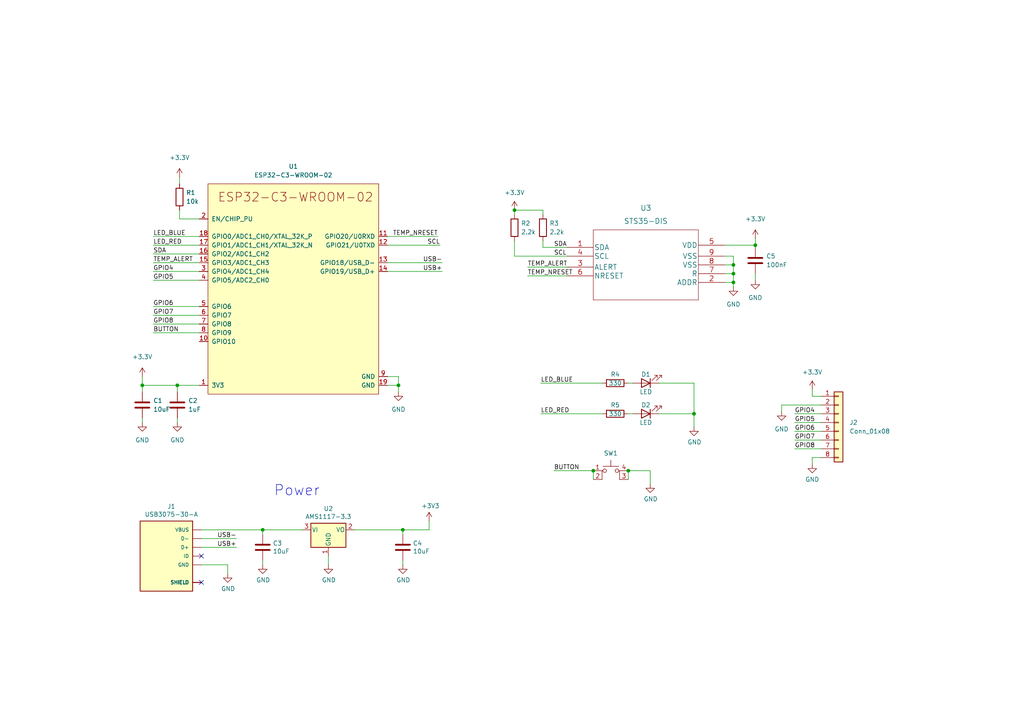
<source format=kicad_sch>
(kicad_sch (version 20211123) (generator eeschema)
  (paper "A4")
  (title_block (title "THERMO32") (date "2023-01-09") (rev "A") (company "victorhook"))
  (lib_symbols
    (symbol "+3.3V_1" (power) (pin_names (offset 0))
      (property "Value" "+3.3V_1" (at 0 3.556 0))
      (symbol "+3.3V_1_0_1"
        (polyline (pts (xy -0.762 1.27) (xy 0 2.54)))
        (polyline (pts (xy 0 0) (xy 0 2.54)))
        (polyline (pts (xy 0 2.54) (xy 0.762 1.27)))
      )
      (symbol "+3.3V_1_1_1"
        (pin power_in line (at 0 0 90) (length 0) hide (name "+3.3V") (number "1"))
      )
    )
    (symbol "+3.3V_2" (power) (pin_names (offset 0))
      (property "Value" "+3.3V_2" (at 0 3.556 0))
      (symbol "+3.3V_2_0_1"
        (polyline (pts (xy -0.762 1.27) (xy 0 2.54)))
        (polyline (pts (xy 0 0) (xy 0 2.54)))
        (polyline (pts (xy 0 2.54) (xy 0.762 1.27)))
      )
      (symbol "+3.3V_2_1_1"
        (pin power_in line (at 0 0 90) (length 0) hide (name "+3.3V") (number "1"))
      )
    )
    (symbol "Connector_Generic:Conn_01x08" (pin_names (offset 1.016) hide)
      (property "Reference" "J" (at 0 10.16 0))
      (property "Value" "Conn_01x08" (at 0 -12.7 0))
      (symbol "Conn_01x08_1_1"
        (rectangle (start -1.27 -10.033) (end 0 -10.287) (stroke (width 0.1524)))
        (rectangle (start -1.27 -7.493) (end 0 -7.747) (stroke (width 0.1524)))
        (rectangle (start -1.27 -4.953) (end 0 -5.207) (stroke (width 0.1524)))
        (rectangle (start -1.27 -2.413) (end 0 -2.667) (stroke (width 0.1524)))
        (rectangle (start -1.27 0.127) (end 0 -0.127) (stroke (width 0.1524)))
        (rectangle (start -1.27 2.667) (end 0 2.413) (stroke (width 0.1524)))
        (rectangle (start -1.27 5.207) (end 0 4.953) (stroke (width 0.1524)))
        (rectangle (start -1.27 7.747) (end 0 7.493) (stroke (width 0.1524)))
        (rectangle (start -1.27 8.89) (end 1.27 -11.43) (stroke (width 0.254)) (fill (type background)))
        (pin passive line (at -5.08 7.62 0) (length 3.81) (name "Pin_1") (number "1"))
        (pin passive line (at -5.08 5.08 0) (length 3.81) (name "Pin_2") (number "2"))
        (pin passive line (at -5.08 2.54 0) (length 3.81) (name "Pin_3") (number "3"))
        (pin passive line (at -5.08 0 0) (length 3.81) (name "Pin_4") (number "4"))
        (pin passive line (at -5.08 -2.54 0) (length 3.81) (name "Pin_5") (number "5"))
        (pin passive line (at -5.08 -5.08 0) (length 3.81) (name "Pin_6") (number "6"))
        (pin passive line (at -5.08 -7.62 0) (length 3.81) (name "Pin_7") (number "7"))
        (pin passive line (at -5.08 -10.16 0) (length 3.81) (name "Pin_8") (number "8"))
      )
    )
    (symbol "Custom2:STS35-DIS" (pin_names (offset 0.254))
      (property "Reference" "U" (at 22.86 10.16 0))
      (property "Value" "STS35-DIS" (at 22.86 7.62 0))
      (symbol "STS35-DIS_1_1"
        (polyline (pts (xy 7.62 -15.24) (xy 38.1 -15.24)) (stroke (width 0.127)))
        (polyline (pts (xy 7.62 5.08) (xy 7.62 -15.24)) (stroke (width 0.127)))
        (polyline (pts (xy 38.1 -15.24) (xy 38.1 5.08)) (stroke (width 0.127)))
        (polyline (pts (xy 38.1 5.08) (xy 7.62 5.08)) (stroke (width 0.127)))
        (pin bidirectional line (at 0 0 0) (length 7.62) (name "SDA") (number "1"))
        (pin input line (at 45.72 -10.16 180) (length 7.62) (name "ADDR") (number "2"))
        (pin output line (at 0 -5.715 0) (length 7.62) (name "ALERT") (number "3"))
        (pin bidirectional line (at 0 -2.54 0) (length 7.62) (name "SCL") (number "4"))
        (pin power_in line (at 45.72 0.635 180) (length 7.62) (name "VDD") (number "5"))
        (pin input line (at 0 -8.255 0) (length 7.62) (name "NRESET") (number "6"))
        (pin power_in line (at 45.72 -7.62 180) (length 7.62) (name "R") (number "7"))
        (pin power_in line (at 45.72 -5.08 180) (length 7.62) (name "VSS") (number "8"))
        (pin power_in line (at 45.72 -2.54 180) (length 7.62) (name "VSS") (number "9"))
      )
    )
    (symbol "Device:C" (pin_numbers hide) (pin_names (offset 0.254))
      (property "Reference" "C" (at 0.635 2.54 0))
      (property "Value" "C" (at 0.635 -2.54 0))
      (symbol "C_0_1"
        (polyline (pts (xy -2.032 -0.762) (xy 2.032 -0.762)) (stroke (width 0.508)))
        (polyline (pts (xy -2.032 0.762) (xy 2.032 0.762)) (stroke (width 0.508)))
      )
      (symbol "C_1_1"
        (pin passive line (at 0 3.81 270) (length 2.794) (name "~") (number "1"))
        (pin passive line (at 0 -3.81 90) (length 2.794) (name "~") (number "2"))
      )
    )
    (symbol "Device:LED" (pin_numbers hide) (pin_names (offset 1.016) hide)
      (property "Reference" "D" (at 0 2.54 0))
      (property "Value" "LED" (at 0 -2.54 0))
      (symbol "LED_0_1"
        (polyline (pts (xy -1.27 -1.27) (xy -1.27 1.27)) (stroke (width 0.254)))
        (polyline (pts (xy -1.27 0) (xy 1.27 0)))
        (polyline (pts (xy 1.27 -1.27) (xy 1.27 1.27) (xy -1.27 0) (xy 1.27 -1.27)) (stroke (width 0.254)))
        (polyline (pts (xy -3.048 -0.762) (xy -4.572 -2.286) (xy -3.81 -2.286) (xy -4.572 -2.286) (xy -4.572 -1.524)))
        (polyline (pts (xy -1.778 -0.762) (xy -3.302 -2.286) (xy -2.54 -2.286) (xy -3.302 -2.286) (xy -3.302 -1.524)))
      )
      (symbol "LED_1_1"
        (pin passive line (at -3.81 0 0) (length 2.54) (name "K") (number "1"))
        (pin passive line (at 3.81 0 180) (length 2.54) (name "A") (number "2"))
      )
    )
    (symbol "Device:R" (pin_numbers hide) (pin_names (offset 0))
      (property "Reference" "R" (at 2.032 0 90))
      (property "Value" "R" (at 0 0 90))
      (symbol "R_0_1"
        (rectangle (start -1.016 -2.54) (end 1.016 2.54) (stroke (width 0.254)))
      )
      (symbol "R_1_1"
        (pin passive line (at 0 3.81 270) (length 1.27) (name "~") (number "1"))
        (pin passive line (at 0 -3.81 90) (length 1.27) (name "~") (number "2"))
      )
    )
    (symbol "Espressif:ESP32-C3-WROOM-02" (pin_names (offset 1.016))
      (property "Reference" "U" (at 0 33.02 0))
      (property "Value" "ESP32-C3-WROOM-02" (at 0 -30.48 0))
      (symbol "ESP32-C3-WROOM-02_0_0"
        (text "ESP32-C3-WROOM-02" (at 1.27 27.94 0) (effects (font (size 2.54 2.54))))
      )
      (symbol "ESP32-C3-WROOM-02_0_1"
        (rectangle (start -24.13 31.75) (end 25.4 -29.21) (fill (type background)))
      )
      (symbol "ESP32-C3-WROOM-02_1_1"
        (pin power_in line (at -26.67 -26.67 0) (length 2.54) (name "3V3") (number "1"))
        (pin bidirectional line (at -26.67 -13.97 0) (length 2.54) (name "GPIO10") (number "10"))
        (pin bidirectional line (at 27.94 16.51 180) (length 2.54) (name "GPIO20/U0RXD") (number "11"))
        (pin bidirectional line (at 27.94 13.97 180) (length 2.54) (name "GPIO21/U0TXD") (number "12"))
        (pin bidirectional line (at 27.94 8.89 180) (length 2.54) (name "GPIO18/USB_D-") (number "13"))
        (pin bidirectional line (at 27.94 6.35 180) (length 2.54) (name "GPIO19/USB_D+") (number "14"))
        (pin bidirectional line (at -26.67 8.89 0) (length 2.54) (name "GPIO3/ADC1_CH3") (number "15"))
        (pin bidirectional line (at -26.67 11.43 0) (length 2.54) (name "GPIO2/ADC1_CH2") (number "16"))
        (pin bidirectional line (at -26.67 13.97 0) (length 2.54) (name "GPIO1/ADC1_CH1/XTAL_32K_N") (number "17"))
        (pin bidirectional line (at -26.67 16.51 0) (length 2.54) (name "GPIO0/ADC1_CH0/XTAL_32K_P") (number "18"))
        (pin power_in line (at 27.94 -26.67 180) (length 2.54) (name "GND") (number "19"))
        (pin input line (at -26.67 21.59 0) (length 2.54) (name "EN/CHIP_PU") (number "2"))
        (pin bidirectional line (at -26.67 6.35 0) (length 2.54) (name "GPIO4/ADC1_CH4") (number "3"))
        (pin bidirectional line (at -26.67 3.81 0) (length 2.54) (name "GPIO5/ADC2_CH0") (number "4"))
        (pin bidirectional line (at -26.67 -3.81 0) (length 2.54) (name "GPIO6") (number "5"))
        (pin bidirectional line (at -26.67 -6.35 0) (length 2.54) (name "GPIO7") (number "6"))
        (pin bidirectional line (at -26.67 -8.89 0) (length 2.54) (name "GPIO8") (number "7"))
        (pin bidirectional line (at -26.67 -11.43 0) (length 2.54) (name "GPIO9") (number "8"))
        (pin power_in line (at 27.94 -24.13 180) (length 2.54) (name "GND") (number "9"))
      )
    )
    (symbol "GND_1" (power) (pin_names (offset 0))
      (property "Value" "GND_1" (at 0 -3.81 0))
      (symbol "GND_1_0_1"
        (polyline (pts (xy 0 0) (xy 0 -1.27) (xy 1.27 -1.27) (xy 0 -2.54) (xy -1.27 -1.27) (xy 0 -1.27)))
      )
      (symbol "GND_1_1_1"
        (pin power_in line (at 0 0 270) (length 0) hide (name "GND") (number "1"))
      )
    )
    (symbol "Regulator_Linear:AMS1117-3.3" (pin_names (offset 0.254))
      (property "Reference" "U" (at -3.81 3.175 0))
      (property "Value" "AMS1117-3.3" (at 0 3.175 0))
      (symbol "AMS1117-3.3_0_1"
        (rectangle (start -5.08 -5.08) (end 5.08 1.905) (stroke (width 0.254)) (fill (type background)))
      )
      (symbol "AMS1117-3.3_1_1"
        (pin power_in line (at 0 -7.62 90) (length 2.54) (name "GND") (number "1"))
        (pin power_out line (at 7.62 0 180) (length 2.54) (name "VO") (number "2"))
        (pin power_in line (at -7.62 0 0) (length 2.54) (name "VI") (number "3"))
      )
    )
    (symbol "Switch:SW_MEC_5E" (pin_names (offset 1.016) hide)
      (property "Reference" "SW" (at 0.635 5.715 0))
      (property "Value" "SW_MEC_5E" (at 0 -3.175 0))
      (symbol "SW_MEC_5E_0_1"
        (circle (center -1.778 2.54) (radius 0.508))
        (polyline (pts (xy -2.286 3.81) (xy 2.286 3.81)))
        (polyline (pts (xy 0 3.81) (xy 0 5.588)))
        (polyline (pts (xy -2.54 0) (xy -2.54 2.54) (xy -2.286 2.54)))
        (polyline (pts (xy 2.54 0) (xy 2.54 2.54) (xy 2.286 2.54)))
        (circle (center 1.778 2.54) (radius 0.508))
        (pin passive line (at -5.08 2.54 0) (length 2.54) (name "1") (number "1"))
        (pin passive line (at -5.08 0 0) (length 2.54) (name "2") (number "2"))
        (pin passive line (at 5.08 0 180) (length 2.54) (name "K") (number "3"))
        (pin passive line (at 5.08 2.54 180) (length 2.54) (name "A") (number "4"))
      )
    )
    (symbol "power:+3.3V" (power) (pin_names (offset 0))
      (property "Value" "+3.3V" (at 0 3.556 0))
      (symbol "+3.3V_0_1"
        (polyline (pts (xy -0.762 1.27) (xy 0 2.54)))
        (polyline (pts (xy 0 0) (xy 0 2.54)))
        (polyline (pts (xy 0 2.54) (xy 0.762 1.27)))
      )
      (symbol "+3.3V_1_1"
        (pin power_in line (at 0 0 90) (length 0) hide (name "+3.3V") (number "1"))
      )
    )
    (symbol "power:GND" (power) (pin_names (offset 0))
      (property "Value" "GND" (at 0 -3.81 0))
      (symbol "GND_0_1"
        (polyline (pts (xy 0 0) (xy 0 -1.27) (xy 1.27 -1.27) (xy 0 -2.54) (xy -1.27 -1.27) (xy 0 -1.27)))
      )
      (symbol "GND_1_1"
        (pin power_in line (at 0 0 270) (length 0) hide (name "GND") (number "1"))
      )
    )
    (symbol "tradfri-rescue:+3.3V-power" (power) (pin_names (offset 0))
      (property "Value" "+3.3V-power" (at 0 3.556 0))
      (symbol "+3.3V-power_0_1"
        (polyline (pts (xy -0.762 1.27) (xy 0 2.54)))
        (polyline (pts (xy 0 0) (xy 0 2.54)))
        (polyline (pts (xy 0 2.54) (xy 0.762 1.27)))
      )
      (symbol "+3.3V-power_1_1"
        (pin power_in line (at 0 0 90) (length 0) hide (name "+3V3") (number "1"))
      )
    )
    (symbol "tradfri-rescue:USB3075-30-A-Custom_Symbols" (pin_numbers hide) (pin_names (offset 1.016))
      (property "Reference" "J" (at -7.6454 10.7188 0))
      (property "Value" "USB3075-30-A-Custom_Symbols" (at -7.6454 -12.7508 0))
      (symbol "USB3075-30-A-Custom_Symbols_0_0"
        (rectangle (start -7.62 -10.16) (end 7.62 10.16) (stroke (width 0.254)) (fill (type background)))
        (pin power_in line (at -10.16 7.62 0) (length 2.54) (name "VBUS") (number "1"))
        (pin bidirectional line (at -10.16 5.08 0) (length 2.54) (name "D-") (number "2"))
        (pin bidirectional line (at -10.16 2.54 0) (length 2.54) (name "D+") (number "3"))
        (pin bidirectional line (at -10.16 0 0) (length 2.54) (name "ID") (number "4"))
        (pin power_in line (at -10.16 -2.54 0) (length 2.54) (name "GND") (number "5"))
        (pin passive line (at -10.16 -7.62 0) (length 2.54) (name "SHIELD") (number "S1"))
        (pin passive line (at -10.16 -7.62 0) (length 2.54) (name "SHIELD") (number "S2"))
        (pin passive line (at -10.16 -7.62 0) (length 2.54) (name "SHIELD") (number "S3"))
        (pin passive line (at -10.16 -7.62 0) (length 2.54) (name "SHIELD") (number "S4"))
        (pin passive line (at -10.16 -7.62 0) (length 2.54) (name "SHIELD") (number "S5"))
        (pin passive line (at -10.16 -7.62 0) (length 2.54) (name "SHIELD") (number "S6"))
      )
    )
  )
  (junction (at 212.725 76.835))
  (junction (at 115.57 111.76))
  (junction (at 212.725 81.915))
  (junction (at 41.275 111.76))
  (junction (at 201.295 120.015))
  (junction (at 149.225 60.96))
  (junction (at 172.085 136.525))
  (junction (at 76.2 153.67))
  (junction (at 51.435 111.76))
  (junction (at 212.725 79.375))
  (junction (at 219.075 71.12))
  (junction (at 116.84 153.67))
  (junction (at 182.245 136.525))
  (no_connect (at 58.42 168.91))
  (no_connect (at 58.42 161.29))
  (wire (pts (xy 112.395 71.12) (xy 127.635 71.12)))
  (wire (pts (xy 172.085 139.065) (xy 172.085 136.525)))
  (wire (pts (xy 51.435 121.285) (xy 51.435 122.555)))
  (wire (pts (xy 149.225 74.295) (xy 149.225 69.85)))
  (wire (pts (xy 44.45 91.44) (xy 57.785 91.44)))
  (wire (pts (xy 102.87 153.67) (xy 116.84 153.67)))
  (wire (pts (xy 230.505 120.015) (xy 238.125 120.015)))
  (wire (pts (xy 230.505 122.555) (xy 238.125 122.555)))
  (wire (pts (xy 115.57 113.665) (xy 115.57 111.76)))
  (wire (pts (xy 58.42 158.75) (xy 68.58 158.75)))
  (wire (pts (xy 116.84 153.67) (xy 124.46 153.67)))
  (wire (pts (xy 95.25 163.83) (xy 95.25 161.29)))
  (wire (pts (xy 212.725 79.375) (xy 212.725 81.915)))
  (wire (pts (xy 58.42 153.67) (xy 76.2 153.67)))
  (wire (pts (xy 182.245 136.525) (xy 188.595 136.525)))
  (wire (pts (xy 157.48 71.755) (xy 157.48 69.85)))
  (wire (pts (xy 188.595 136.525) (xy 188.595 140.335)))
  (wire (pts (xy 219.075 69.215) (xy 219.075 71.12)))
  (wire (pts (xy 66.04 163.83) (xy 58.42 163.83)))
  (wire (pts (xy 164.465 74.295) (xy 149.225 74.295)))
  (wire (pts (xy 44.45 68.58) (xy 57.785 68.58)))
  (wire (pts (xy 182.245 111.125) (xy 183.515 111.125)))
  (wire (pts (xy 191.135 111.125) (xy 201.295 111.125)))
  (wire (pts (xy 115.57 111.76) (xy 115.57 109.22)))
  (wire (pts (xy 44.45 76.2) (xy 57.785 76.2)))
  (wire (pts (xy 219.075 79.375) (xy 219.075 81.28)))
  (wire (pts (xy 182.245 139.065) (xy 182.245 136.525)))
  (wire (pts (xy 164.465 71.755) (xy 157.48 71.755)))
  (wire (pts (xy 44.45 78.74) (xy 57.785 78.74)))
  (wire (pts (xy 230.505 125.095) (xy 238.125 125.095)))
  (wire (pts (xy 219.075 71.12) (xy 219.075 71.755)))
  (wire (pts (xy 149.225 60.96) (xy 149.225 62.23)))
  (wire (pts (xy 210.185 79.375) (xy 212.725 79.375)))
  (wire (pts (xy 191.135 120.015) (xy 201.295 120.015)))
  (wire (pts (xy 230.505 127.635) (xy 238.125 127.635)))
  (wire (pts (xy 149.225 60.96) (xy 157.48 60.96)))
  (wire (pts (xy 76.2 162.56) (xy 76.2 163.83)))
  (wire (pts (xy 124.46 153.67) (xy 124.46 151.13)))
  (wire (pts (xy 235.585 113.03) (xy 235.585 114.935)))
  (wire (pts (xy 153.035 80.01) (xy 164.465 80.01)))
  (wire (pts (xy 226.695 117.475) (xy 238.125 117.475)))
  (wire (pts (xy 182.245 120.015) (xy 183.515 120.015)))
  (wire (pts (xy 226.695 119.38) (xy 226.695 117.475)))
  (wire (pts (xy 115.57 109.22) (xy 112.395 109.22)))
  (wire (pts (xy 76.2 154.94) (xy 76.2 153.67)))
  (wire (pts (xy 51.435 111.76) (xy 57.785 111.76)))
  (wire (pts (xy 52.07 51.435) (xy 52.07 53.34)))
  (wire (pts (xy 235.585 114.935) (xy 238.125 114.935)))
  (wire (pts (xy 41.275 111.76) (xy 41.275 113.665)))
  (wire (pts (xy 172.085 136.525) (xy 160.655 136.525)))
  (wire (pts (xy 210.185 81.915) (xy 212.725 81.915)))
  (wire (pts (xy 112.395 76.2) (xy 128.27 76.2)))
  (wire (pts (xy 44.45 81.28) (xy 57.785 81.28)))
  (wire (pts (xy 41.275 111.76) (xy 51.435 111.76)))
  (wire (pts (xy 44.45 96.52) (xy 57.785 96.52)))
  (wire (pts (xy 235.585 134.62) (xy 235.585 132.715)))
  (wire (pts (xy 212.725 76.835) (xy 212.725 79.375)))
  (wire (pts (xy 112.395 68.58) (xy 127 68.58)))
  (wire (pts (xy 116.84 154.94) (xy 116.84 153.67)))
  (wire (pts (xy 44.45 88.9) (xy 57.785 88.9)))
  (wire (pts (xy 44.45 73.66) (xy 57.785 73.66)))
  (wire (pts (xy 156.845 120.015) (xy 174.625 120.015)))
  (wire (pts (xy 210.185 74.295) (xy 212.725 74.295)))
  (wire (pts (xy 68.58 156.21) (xy 58.42 156.21)))
  (wire (pts (xy 201.295 120.015) (xy 201.295 123.825)))
  (wire (pts (xy 87.63 153.67) (xy 76.2 153.67)))
  (wire (pts (xy 52.07 60.96) (xy 52.07 63.5)))
  (wire (pts (xy 235.585 132.715) (xy 238.125 132.715)))
  (wire (pts (xy 157.48 62.23) (xy 157.48 60.96)))
  (wire (pts (xy 112.395 111.76) (xy 115.57 111.76)))
  (wire (pts (xy 44.45 93.98) (xy 57.785 93.98)))
  (wire (pts (xy 153.035 77.47) (xy 164.465 77.47)))
  (wire (pts (xy 44.45 71.12) (xy 57.785 71.12)))
  (wire (pts (xy 201.295 111.125) (xy 201.295 120.015)))
  (wire (pts (xy 52.07 63.5) (xy 57.785 63.5)))
  (wire (pts (xy 210.185 71.12) (xy 219.075 71.12)))
  (wire (pts (xy 116.84 163.83) (xy 116.84 162.56)))
  (wire (pts (xy 212.725 74.295) (xy 212.725 76.835)))
  (wire (pts (xy 66.04 166.37) (xy 66.04 163.83)))
  (wire (pts (xy 112.395 78.74) (xy 128.27 78.74)))
  (wire (pts (xy 230.505 130.175) (xy 238.125 130.175)))
  (wire (pts (xy 156.845 111.125) (xy 174.625 111.125)))
  (wire (pts (xy 212.725 81.915) (xy 212.725 83.185)))
  (wire (pts (xy 51.435 111.76) (xy 51.435 113.665)))
  (wire (pts (xy 210.185 76.835) (xy 212.725 76.835)))
  (wire (pts (xy 41.275 109.22) (xy 41.275 111.76)))
  (wire (pts (xy 41.275 121.285) (xy 41.275 122.555)))
  (text "Power" (at 79.375 144.145 0) (effects (font (size 2.9972 2.9972)) (justify left bottom)))
  (label "LED_RED" (at 44.45 71.12 0))
  (label "SCL" (at 160.655 74.295 0))
  (label "GPIO4" (at 44.45 78.74 0))
  (label "LED_BLUE" (at 44.45 68.58 0))
  (label "SDA" (at 160.655 71.755 0))
  (label "GPIO5" (at 230.505 122.555 0))
  (label "GPIO6" (at 230.505 125.095 0))
  (label "GPIO7" (at 230.505 127.635 0))
  (label "TEMP_NRESET" (at 153.035 80.01 0))
  (label "TEMP_ALERT" (at 44.45 76.2 0))
  (label "GPIO5" (at 44.45 81.28 0))
  (label "USB+" (at 68.58 158.75 180))
  (label "GPIO4" (at 230.505 120.015 0))
  (label "BUTTON" (at 160.655 136.525 0))
  (label "BUTTON" (at 44.45 96.52 0))
  (label "USB+" (at 128.27 78.74 180))
  (label "TEMP_ALERT" (at 153.035 77.47 0))
  (label "TEMP_NRESET" (at 127 68.58 180))
  (label "LED_RED" (at 156.845 120.015 0))
  (label "LED_BLUE" (at 156.845 111.125 0))
  (label "USB-" (at 128.27 76.2 180))
  (label "GPIO8" (at 230.505 130.175 0))
  (label "SDA" (at 44.45 73.66 0))
  (label "USB-" (at 68.58 156.21 180))
  (label "GPIO7" (at 44.45 91.44 0))
  (label "GPIO6" (at 44.45 88.9 0))
  (label "GPIO8" (at 44.45 93.98 0))
  (label "SCL" (at 127.635 71.12 180))
  (symbol (lib_id "Regulator_Linear:AMS1117-3.3") (at 95.25 153.67 0) (unit 1)
    (property "Reference" "U2" (at 95.25 147.5232 0))
    (property "Value" "AMS1117-3.3" (at 95.25 149.8346 0))
    (property "Footprint" "Package_TO_SOT_SMD:SOT-223-3_TabPin2" (effects hide))
    (property "Datasheet" "http://www.advanced-monolithic.com/pdf/ds1117.pdf" (effects hide))
  )
  (symbol (lib_id "Device:LED") (at 187.325 120.015 180) (unit 1)
    (property "Reference" "D2" (at 187.325 117.475 0))
    (property "Value" "LED" (at 187.325 122.555 0))
    (property "Footprint" "LED_SMD:LED_0603_1608Metric" (effects hide))
  )
  (symbol (lib_id "tradfri-rescue:USB3075-30-A-Custom_Symbols") (at 48.26 161.29 0) (mirror y) (unit 1)
    (property "Reference" "J1" (at 49.7078 146.8882 0))
    (property "Value" "USB3075-30-A" (at 49.7078 149.1996 0))
    (property "Footprint" "Custom:USB3075-30-A_No_silk" (effects hide))
    (property "MANUFACTURER" "Global Connector Technology" (effects hide))
    (property "PARTREV" "D3" (effects hide))
    (property "MAXIMUM_PACKAGE_HEIGHT" "2.66mm" (effects hide))
    (property "STANDARD" "Manufacturer recommendations" (effects hide))
  )
  (symbol (lib_name "GND_1") (lib_id "power:GND") (at 41.275 122.555 0) (unit 1)
    (property "Reference" "#PWR0108" (effects hide))
    (property "Value" "GND" (at 41.275 127.635 0))
  )
  (symbol (lib_id "power:+3.3V") (at 235.585 113.03 0) (unit 1)
    (property "Reference" "#PWR0117" (effects hide))
    (property "Value" "+3.3V" (at 235.585 107.95 0))
  )
  (symbol (lib_id "Connector_Generic:Conn_01x08") (at 243.205 122.555 0) (unit 1)
    (property "Reference" "J2" (at 246.38 122.5549 0) (effects (justify left)))
    (property "Value" "Conn_01x08" (at 246.38 125.0949 0) (effects (justify left)))
    (property "Footprint" "Custom:PinHeader_1x08_P1.27mm_Vertical_No_silk" (effects hide))
  )
  (symbol (lib_id "power:GND") (at 116.84 163.83 0) (unit 1)
    (property "Reference" "#PWR0113" (effects hide))
    (property "Value" "GND" (at 116.967 168.2242 0))
  )
  (symbol (lib_id "power:GND") (at 219.075 81.28 0) (unit 1)
    (property "Reference" "#PWR0103" (effects hide))
    (property "Value" "GND" (at 219.075 86.36 0))
  )
  (symbol (lib_id "power:GND") (at 188.595 140.335 0) (unit 1)
    (property "Reference" "#PWR0115" (effects hide))
    (property "Value" "GND" (at 188.722 144.7292 0))
  )
  (symbol (lib_id "power:GND") (at 201.295 123.825 0) (unit 1)
    (property "Reference" "#PWR0116" (effects hide))
    (property "Value" "GND" (at 201.422 128.2192 0))
  )
  (symbol (lib_id "Custom2:STS35-DIS") (at 164.465 71.755 0) (unit 1)
    (property "Reference" "U3" (at 187.325 60.325 0) (effects (font (size 1.524 1.524))))
    (property "Value" "STS35-DIS" (at 187.325 64.135 0) (effects (font (size 1.524 1.524))))
    (property "Footprint" "Custom:STS35-DIS_temp_sensor" (effects hide))
  )
  (symbol (lib_id "Device:R") (at 52.07 57.15 0) (unit 1)
    (property "Reference" "R1" (at 53.975 55.8799 0) (effects (justify left)))
    (property "Value" "10k" (at 53.975 58.4199 0) (effects (justify left)))
    (property "Footprint" "Resistor_SMD:R_0402_1005Metric" (effects hide))
  )
  (symbol (lib_id "Device:C") (at 51.435 117.475 0) (unit 1)
    (property "Reference" "C2" (at 54.61 116.205 0) (effects (justify left)))
    (property "Value" "1uF" (at 54.61 118.745 0) (effects (justify left)))
    (property "Footprint" "Capacitor_SMD:C_0402_1005Metric" (effects hide))
  )
  (symbol (lib_id "Device:R") (at 178.435 111.125 270) (unit 1)
    (property "Reference" "R4" (at 178.435 108.585 90))
    (property "Value" "330" (at 178.435 111.125 90))
    (property "Footprint" "Resistor_SMD:R_0402_1005Metric" (effects hide))
  )
  (symbol (lib_id "tradfri-rescue:+3.3V-power") (at 124.46 151.13 0) (unit 1)
    (property "Reference" "#PWR0112" (effects hide))
    (property "Value" "+3.3V" (at 124.841 146.7358 0))
  )
  (symbol (lib_id "power:GND") (at 66.04 166.37 0) (unit 1)
    (property "Reference" "#PWR0110" (effects hide))
    (property "Value" "GND" (at 66.167 170.7642 0))
  )
  (symbol (lib_id "power:GND") (at 226.695 119.38 0) (unit 1)
    (property "Reference" "#PWR0118" (effects hide))
    (property "Value" "GND" (at 226.695 124.46 0))
  )
  (symbol (lib_name "+3.3V_1") (lib_id "power:+3.3V") (at 41.275 109.22 0) (unit 1)
    (property "Reference" "#PWR0107" (effects hide))
    (property "Value" "+3.3V" (at 41.275 103.505 0))
  )
  (symbol (lib_id "Device:R") (at 178.435 120.015 270) (unit 1)
    (property "Reference" "R5" (at 178.435 117.475 90))
    (property "Value" "330" (at 178.435 120.015 90))
    (property "Footprint" "Resistor_SMD:R_0402_1005Metric" (effects hide))
  )
  (symbol (lib_id "Device:C") (at 219.075 75.565 0) (unit 1)
    (property "Reference" "C5" (at 222.25 74.2949 0) (effects (justify left)))
    (property "Value" "100nF" (at 222.25 76.8349 0) (effects (justify left)))
    (property "Footprint" "Capacitor_SMD:C_0402_1005Metric" (effects hide))
  )
  (symbol (lib_id "Device:LED") (at 187.325 111.125 180) (unit 1)
    (property "Reference" "D1" (at 187.325 108.585 0))
    (property "Value" "LED" (at 187.325 113.665 0))
    (property "Footprint" "LED_SMD:LED_0603_1608Metric" (effects hide))
  )
  (symbol (lib_name "GND_1") (lib_id "power:GND") (at 115.57 113.665 0) (unit 1)
    (property "Reference" "#PWR0106" (effects hide))
    (property "Value" "GND" (at 115.57 118.745 0))
  )
  (symbol (lib_id "Device:C") (at 116.84 158.75 0) (unit 1)
    (property "Reference" "C4" (at 119.761 157.5816 0) (effects (justify left)))
    (property "Value" "10uF" (at 119.761 159.893 0) (effects (justify left)))
    (property "Footprint" "Capacitor_SMD:C_0805_2012Metric" (effects hide))
  )
  (symbol (lib_id "Device:C") (at 76.2 158.75 0) (unit 1)
    (property "Reference" "C3" (at 79.121 157.5816 0) (effects (justify left)))
    (property "Value" "10uF" (at 79.121 159.893 0) (effects (justify left)))
    (property "Footprint" "Capacitor_SMD:C_0805_2012Metric" (effects hide))
  )
  (symbol (lib_id "Device:R") (at 149.225 66.04 0) (unit 1)
    (property "Reference" "R2" (at 151.13 64.7699 0) (effects (justify left)))
    (property "Value" "2.2k" (at 151.13 67.3099 0) (effects (justify left)))
    (property "Footprint" "Resistor_SMD:R_0402_1005Metric" (effects hide))
  )
  (symbol (lib_id "power:GND") (at 95.25 163.83 0) (unit 1)
    (property "Reference" "#PWR0114" (effects hide))
    (property "Value" "GND" (at 95.377 168.2242 0))
  )
  (symbol (lib_id "power:GND") (at 76.2 163.83 0) (unit 1)
    (property "Reference" "#PWR0111" (effects hide))
    (property "Value" "GND" (at 76.327 168.2242 0))
  )
  (symbol (lib_id "Espressif:ESP32-C3-WROOM-02") (at 84.455 85.09 0) (unit 1)
    (property "Reference" "U1" (at 85.09 48.26 0))
    (property "Value" "ESP32-C3-WROOM-02" (at 85.09 50.8 0))
    (property "Footprint" "Espressif:ESP32-C3-WROOM-02" (effects hide))
    (property "Datasheet" "https://www.espressif.com/sites/default/files/documentation/esp32-c3-wroom-02_datasheet_en.pdf" (effects hide))
  )
  (symbol (lib_name "+3.3V_2") (lib_id "power:+3.3V") (at 52.07 51.435 0) (unit 1)
    (property "Reference" "#PWR0105" (effects hide))
    (property "Value" "+3.3V" (at 52.07 45.72 0))
  )
  (symbol (lib_id "Switch:SW_MEC_5E") (at 177.165 139.065 0) (unit 1)
    (property "Reference" "SW1" (at 177.165 131.445 0))
    (property "Value" "BOOT" (effects hide))
    (property "Footprint" "Custom:PTS815" (effects hide))
    (property "Datasheet" "http://www.apem.com/int/index.php?controller=attachment&id_attachment=1371" (effects hide))
  )
  (symbol (lib_id "power:+3.3V") (at 219.075 69.215 0) (unit 1)
    (property "Reference" "#PWR0102" (effects hide))
    (property "Value" "+3.3V" (at 219.075 63.5 0))
  )
  (symbol (lib_id "Device:R") (at 157.48 66.04 0) (unit 1)
    (property "Reference" "R3" (at 159.385 64.7699 0) (effects (justify left)))
    (property "Value" "2.2k" (at 159.385 67.3099 0) (effects (justify left)))
    (property "Footprint" "Resistor_SMD:R_0402_1005Metric" (effects hide))
  )
  (symbol (lib_id "power:+3.3V") (at 149.225 60.96 0) (unit 1)
    (property "Reference" "#PWR0101" (effects hide))
    (property "Value" "+3.3V" (at 149.225 55.88 0))
  )
  (symbol (lib_name "GND_1") (lib_id "power:GND") (at 51.435 122.555 0) (unit 1)
    (property "Reference" "#PWR0109" (effects hide))
    (property "Value" "GND" (at 51.435 127.635 0))
  )
  (symbol (lib_id "Device:C") (at 41.275 117.475 0) (unit 1)
    (property "Reference" "C1" (at 44.45 116.205 0) (effects (justify left)))
    (property "Value" "10uF" (at 44.45 118.745 0) (effects (justify left)))
    (property "Footprint" "Capacitor_SMD:C_0805_2012Metric" (effects hide))
  )
  (symbol (lib_id "power:GND") (at 212.725 83.185 0) (unit 1)
    (property "Reference" "#PWR0104" (effects hide))
    (property "Value" "GND" (at 212.725 88.265 0))
  )
  (symbol (lib_id "power:GND") (at 235.585 134.62 0) (unit 1)
    (property "Reference" "#PWR0119" (effects hide))
    (property "Value" "GND" (at 235.585 139.065 0))
  )
)
</source>
